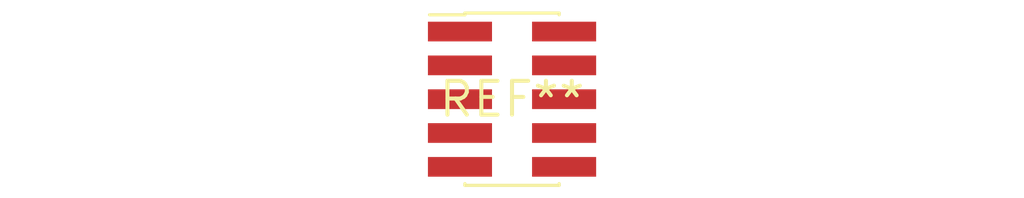
<source format=kicad_pcb>
(kicad_pcb (version 20240108) (generator pcbnew)
  (layers (0 "F.Cu" signal) (31 "B.Cu" signal) (34 "B.Paste" user) (35 "F.Paste" user) (36 "B.SilkS" user "B.Silkscreen") (37 "F.SilkS" user "F.Silkscreen") (38 "B.Mask" user) (39 "F.Mask" user) (44 "Edge.Cuts" user))
  (net 0 "")
  (footprint "PinHeader_2x05_P1.27mm_Vertical_SMD" (layer "F.Cu") (at 0 0)
    (property "Reference" "REF**")
    (property "Value" "PinHeader_2x05_P1.27mm_Vertical_SMD")
    (fp_line (start -3.09 -3.17) (end -1.765 -3.17) (layer "F.SilkS") (stroke (width 0.12)))
    (fp_line (start -1.765 -3.235) (end -1.765 -3.17) (layer "F.SilkS") (stroke (width 0.12)))
    (fp_line (start -1.765 -3.235) (end 1.765 -3.235) (layer "F.SilkS") (stroke (width 0.12)))
    (fp_line (start -1.765 3.17) (end -1.765 3.235) (layer "F.SilkS") (stroke (width 0.12)))
    (fp_line (start -1.765 3.235) (end 1.765 3.235) (layer "F.SilkS") (stroke (width 0.12)))
    (fp_line (start 1.765 -3.235) (end 1.765 -3.17) (layer "F.SilkS") (stroke (width 0.12)))
    (fp_line (start 1.765 3.17) (end 1.765 3.235) (layer "F.SilkS") (stroke (width 0.12)))
    (pad "1" smd rect (at -1.95 -2.54) (size 2.4 0.74) (layers "F.Cu" "F.Paste" "F.Mask"))
    (pad "2" smd rect (at 1.95 -2.54) (size 2.4 0.74) (layers "F.Cu" "F.Paste" "F.Mask"))
    (pad "3" smd rect (at -1.95 -1.27) (size 2.4 0.74) (layers "F.Cu" "F.Paste" "F.Mask"))
    (pad "4" smd rect (at 1.95 -1.27) (size 2.4 0.74) (layers "F.Cu" "F.Paste" "F.Mask"))
    (pad "5" smd rect (at -1.95 0) (size 2.4 0.74) (layers "F.Cu" "F.Paste" "F.Mask"))
    (pad "6" smd rect (at 1.95 0) (size 2.4 0.74) (layers "F.Cu" "F.Paste" "F.Mask"))
    (pad "7" smd rect (at -1.95 1.27) (size 2.4 0.74) (layers "F.Cu" "F.Paste" "F.Mask"))
    (pad "8" smd rect (at 1.95 1.27) (size 2.4 0.74) (layers "F.Cu" "F.Paste" "F.Mask"))
    (pad "9" smd rect (at -1.95 2.54) (size 2.4 0.74) (layers "F.Cu" "F.Paste" "F.Mask"))
    (pad "10" smd rect (at 1.95 2.54) (size 2.4 0.74) (layers "F.Cu" "F.Paste" "F.Mask"))
  )
)
</source>
